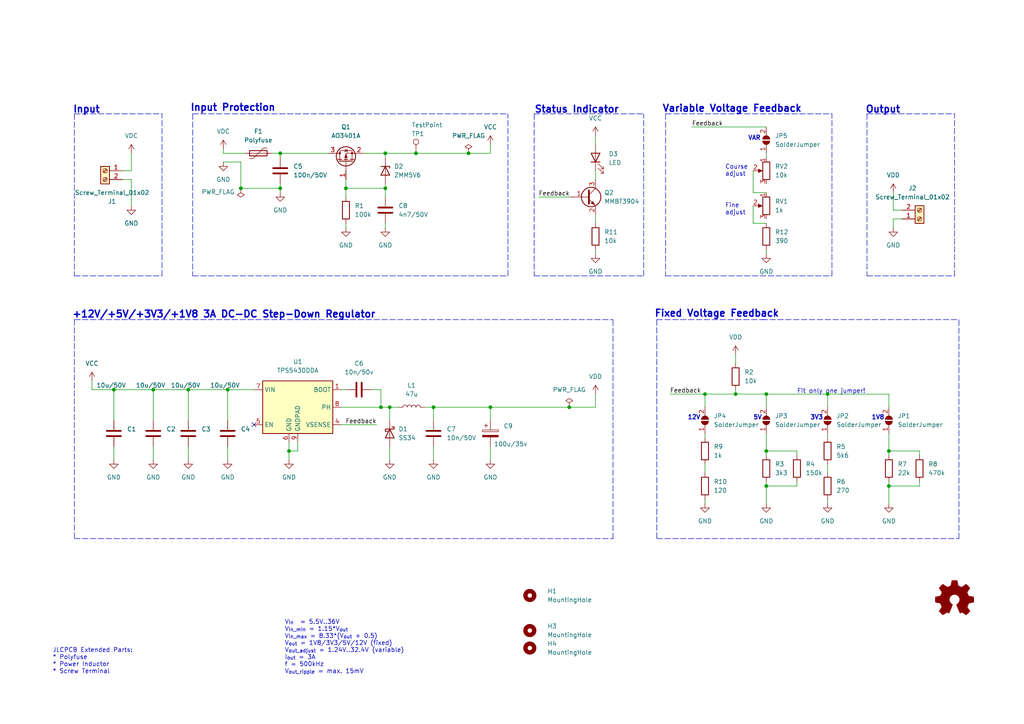
<source format=kicad_sch>
(kicad_sch (version 20250114) (generator "eeschema") (generator_version "9.0")
  (paper "A4")
  (title_block (title "tps5430-variable") (date "2025-06-24") (rev "0.1.1") (company "Oren's Lab") (comment 1 "https://github.com/nero7991/tps5430-variable"))
  (text "Fit only one jumper!" (at 231.14 114.3 0) (effects (font (size 1.27 1.27)) (justify left bottom)))
  (text "Output" (at 250.952 33.02 0) (effects (font (size 2 2) (thickness 0.4) (bold yes)) (justify left bottom)))
  (text "1V8" (at 252.73 121.92 0) (effects (font (size 1.27 1.27) (thickness 0.254) (bold yes)) (justify left bottom)))
  (text "Input" (at 21.082 33.02 0) (effects (font (size 2 2) (thickness 0.4) (bold yes)) (justify left bottom)))
  (text "Course\nadjust" (at 210.312 51.308 0) (effects (font (size 1.27 1.27)) (justify left bottom)))
  (text "Status Indicator" (at 154.94 33.02 0) (effects (font (size 2 2) (thickness 0.4) (bold yes)) (justify left bottom)))
  (text "JLCPCB Extended Parts: \n* Polyfuse\n* Power Inductor\n* Screw Terminal" (at 15.24 195.58 0) (effects (font (size 1.27 1.27)) (justify left bottom)))
  (text "Fixed Voltage Feedback" (at 189.738 92.202 0) (effects (font (size 2 2) (thickness 0.4) (bold yes)) (justify left bottom)))
  (text "3V3" (at 234.95 121.92 0) (effects (font (size 1.27 1.27) (thickness 0.254) (bold yes)) (justify left bottom)))
  (text "12V" (at 199.39 121.92 0) (effects (font (size 1.27 1.27) (thickness 0.254) (bold yes)) (justify left bottom)))
  (text "VAR" (at 216.916 40.894 0) (effects (font (size 1.27 1.27) (thickness 0.254) (bold yes)) (justify left bottom)))
  (text "5V" (at 218.44 121.92 0) (effects (font (size 1.27 1.27) (thickness 0.254) (bold yes)) (justify left bottom)))
  (text "Input Protection" (at 55.118 32.512 0) (effects (font (size 2 2) (thickness 0.4) (bold yes)) (justify left bottom)))
  (text "+12V/+5V/+3V3/+1V8 3A DC-DC Step-Down Regulator" (at 20.828 92.456 0) (effects (font (size 2 2) (thickness 0.4) (bold yes)) (justify left bottom)))
  (text "V_{in}  = 5.5V..36V\nV_{in_min} = 1.15*V_{out}\nV_{in_max} = 8.33*(V_{out} + 0.5)\nV_{out} = 1V8/3V3/5V/12V (fixed)\nV_{out_adjust} = 1.24V..32.4V (variable)\nI_{out} = 3A\nf = 500kHz\nV_{out_ripple} = max. 15mV" (at 82.55 195.58 0) (effects (font (size 1.27 1.27)) (justify left bottom)))
  (text "Variable Voltage Feedback" (at 192.024 32.766 0) (effects (font (size 2 2) (thickness 0.4) (bold yes)) (justify left bottom)))
  (text "Fine\nadjust" (at 210.312 62.484 0) (effects (font (size 1.27 1.27)) (justify left bottom)))
  (junction (at 110.49 118.11) (diameter 0.9144))
  (junction (at 33.02 113.03) (diameter 0.9144))
  (junction (at 69.85 54.61) (diameter 0.9144))
  (junction (at 111.76 44.45) (diameter 0.9144))
  (junction (at 165.1 118.11))
  (junction (at 111.76 54.61) (diameter 0.9144))
  (junction (at 257.81 140.97) (diameter 0.9144))
  (junction (at 142.24 118.11))
  (junction (at 222.25 140.97) (diameter 0.9144))
  (junction (at 213.36 114.3) (diameter 0.9144))
  (junction (at 120.65 44.45) (diameter 0.9144))
  (junction (at 44.45 113.03) (diameter 0.9144))
  (junction (at 204.47 114.3) (diameter 0.9144))
  (junction (at 135.89 44.45) (diameter 0.9144))
  (junction (at 81.28 54.61) (diameter 0.9144))
  (junction (at 83.82 130.81) (diameter 0.9144))
  (junction (at 257.81 130.81) (diameter 0.9144))
  (junction (at 54.61 113.03) (diameter 0.9144))
  (junction (at 100.33 54.61) (diameter 0.9144))
  (junction (at 222.25 114.3) (diameter 0.9144))
  (junction (at 66.04 113.03) (diameter 0.9144))
  (junction (at 81.28 44.45) (diameter 0.9144))
  (junction (at 125.73 118.11) (diameter 0.9144))
  (junction (at 240.03 114.3) (diameter 0.9144))
  (junction (at 222.25 130.81) (diameter 0.9144))
  (junction (at 113.03 118.11) (diameter 0.9144))
  (no_connect (at 73.66 123.19))
  (wire (pts (xy 33.02 113.03) (xy 33.02 121.92)))
  (wire (pts (xy 172.72 49.53) (xy 172.72 52.07)))
  (wire (pts (xy 204.47 134.62) (xy 204.47 137.16)))
  (wire (pts (xy 259.08 63.5) (xy 261.62 63.5)))
  (wire (pts (xy 81.28 53.34) (xy 81.28 54.61)))
  (wire (pts (xy 38.1 59.69) (xy 38.1 52.07)))
  (wire (pts (xy 125.73 118.11) (xy 142.24 118.11)))
  (wire (pts (xy 142.24 118.11) (xy 142.24 121.92)))
  (polyline (pts (xy 55.88 33.02) (xy 55.88 80.01)) (stroke (width 0) (type dash)))
  (polyline (pts (xy 55.88 33.02) (xy 147.32 33.02)) (stroke (width 0) (type dash)))
  (polyline (pts (xy 55.88 80.01) (xy 147.32 80.01)) (stroke (width 0) (type dash)))
  (polyline (pts (xy 147.32 80.01) (xy 147.32 33.02)) (stroke (width 0) (type dash)))
  (polyline (pts (xy 276.86 80.01) (xy 276.86 33.02)) (stroke (width 0) (type dash)))
  (wire (pts (xy 113.03 121.92) (xy 113.03 118.11)))
  (wire (pts (xy 172.72 114.3) (xy 172.72 118.11)))
  (wire (pts (xy 259.08 55.88) (xy 259.08 60.96)))
  (polyline (pts (xy 21.59 156.21) (xy 177.8 156.21)) (stroke (width 0) (type dash)))
  (wire (pts (xy 38.1 44.45) (xy 38.1 49.53)))
  (polyline (pts (xy 21.59 92.71) (xy 21.59 156.21)) (stroke (width 0) (type dash)))
  (polyline (pts (xy 177.8 156.21) (xy 177.8 92.71)) (stroke (width 0) (type dash)))
  (wire (pts (xy 113.03 129.54) (xy 113.03 133.35)))
  (wire (pts (xy 222.25 140.97) (xy 231.14 140.97)))
  (wire (pts (xy 231.14 140.97) (xy 231.14 139.7)))
  (wire (pts (xy 107.95 113.03) (xy 110.49 113.03)))
  (wire (pts (xy 110.49 113.03) (xy 110.49 118.11)))
  (wire (pts (xy 259.08 66.04) (xy 259.08 63.5)))
  (wire (pts (xy 156.21 57.15) (xy 165.1 57.15)))
  (wire (pts (xy 26.67 113.03) (xy 33.02 113.03)))
  (wire (pts (xy 33.02 113.03) (xy 44.45 113.03)))
  (wire (pts (xy 44.45 113.03) (xy 54.61 113.03)))
  (wire (pts (xy 54.61 113.03) (xy 66.04 113.03)))
  (wire (pts (xy 64.77 44.45) (xy 71.12 44.45)))
  (wire (pts (xy 222.25 139.7) (xy 222.25 140.97)))
  (wire (pts (xy 222.25 140.97) (xy 222.25 146.05)))
  (wire (pts (xy 257.81 140.97) (xy 257.81 146.05)))
  (wire (pts (xy 259.08 60.96) (xy 261.62 60.96)))
  (wire (pts (xy 35.56 52.07) (xy 38.1 52.07)))
  (wire (pts (xy 100.33 54.61) (xy 111.76 54.61)))
  (wire (pts (xy 26.67 110.49) (xy 26.67 113.03)))
  (polyline (pts (xy 251.46 33.02) (xy 276.86 33.02)) (stroke (width 0) (type dash)))
  (wire (pts (xy 222.25 72.39) (xy 222.25 73.66)))
  (wire (pts (xy 78.74 44.45) (xy 81.28 44.45)))
  (wire (pts (xy 81.28 44.45) (xy 81.28 45.72)))
  (wire (pts (xy 100.33 64.77) (xy 100.33 66.04)))
  (polyline (pts (xy 190.5 156.21) (xy 278.13 156.21)) (stroke (width 0) (type dash)))
  (wire (pts (xy 99.06 123.19) (xy 109.22 123.19)))
  (polyline (pts (xy 190.5 92.71) (xy 222.25 92.71)) (stroke (width 0) (type dash)))
  (wire (pts (xy 257.81 125.73) (xy 257.81 130.81)))
  (polyline (pts (xy 193.04 33.02) (xy 241.3 33.02)) (stroke (width 0) (type dash)))
  (wire (pts (xy 172.72 39.37) (xy 172.72 41.91)))
  (wire (pts (xy 257.81 140.97) (xy 266.7 140.97)))
  (wire (pts (xy 222.25 130.81) (xy 222.25 132.08)))
  (wire (pts (xy 231.14 130.81) (xy 222.25 130.81)))
  (wire (pts (xy 231.14 132.08) (xy 231.14 130.81)))
  (wire (pts (xy 165.1 118.11) (xy 172.72 118.11)))
  (wire (pts (xy 81.28 44.45) (xy 95.25 44.45)))
  (wire (pts (xy 142.24 129.54) (xy 142.24 133.35)))
  (polyline (pts (xy 193.04 80.01) (xy 241.3 80.01)) (stroke (width 0) (type dash)))
  (polyline (pts (xy 278.13 156.21) (xy 278.13 92.71)) (stroke (width 0) (type dash)))
  (polyline (pts (xy 220.98 92.71) (xy 278.13 92.71)) (stroke (width 0) (type dash)))
  (wire (pts (xy 120.65 44.45) (xy 135.89 44.45)))
  (wire (pts (xy 135.89 44.45) (xy 142.24 44.45)))
  (wire (pts (xy 218.44 59.69) (xy 218.44 64.77)))
  (polyline (pts (xy 251.46 80.01) (xy 276.86 80.01)) (stroke (width 0) (type dash)))
  (wire (pts (xy 204.47 114.3) (xy 204.47 118.11)))
  (wire (pts (xy 194.31 114.3) (xy 204.47 114.3)))
  (wire (pts (xy 204.47 114.3) (xy 213.36 114.3)))
  (wire (pts (xy 111.76 54.61) (xy 111.76 57.15)))
  (wire (pts (xy 204.47 144.78) (xy 204.47 146.05)))
  (wire (pts (xy 240.03 134.62) (xy 240.03 137.16)))
  (wire (pts (xy 172.72 62.23) (xy 172.72 64.77)))
  (wire (pts (xy 110.49 118.11) (xy 113.03 118.11)))
  (wire (pts (xy 113.03 118.11) (xy 115.57 118.11)))
  (wire (pts (xy 266.7 130.81) (xy 257.81 130.81)))
  (polyline (pts (xy 193.04 33.02) (xy 193.04 80.01)) (stroke (width 0) (type dash)))
  (wire (pts (xy 142.24 41.91) (xy 142.24 44.45)))
  (wire (pts (xy 111.76 44.45) (xy 111.76 45.72)))
  (wire (pts (xy 64.77 46.99) (xy 69.85 46.99)))
  (wire (pts (xy 142.24 118.11) (xy 165.1 118.11)))
  (wire (pts (xy 54.61 129.54) (xy 54.61 133.35)))
  (wire (pts (xy 86.36 128.27) (xy 86.36 130.81)))
  (wire (pts (xy 86.36 130.81) (xy 83.82 130.81)))
  (wire (pts (xy 213.36 114.3) (xy 222.25 114.3)))
  (wire (pts (xy 222.25 114.3) (xy 240.03 114.3)))
  (wire (pts (xy 240.03 114.3) (xy 257.81 114.3)))
  (wire (pts (xy 257.81 114.3) (xy 257.81 118.11)))
  (wire (pts (xy 257.81 139.7) (xy 257.81 140.97)))
  (wire (pts (xy 38.1 49.53) (xy 35.56 49.53)))
  (wire (pts (xy 111.76 44.45) (xy 120.65 44.45)))
  (polyline (pts (xy 21.59 92.71) (xy 177.8 92.71)) (stroke (width 0) (type dash)))
  (wire (pts (xy 266.7 132.08) (xy 266.7 130.81)))
  (wire (pts (xy 222.25 114.3) (xy 222.25 118.11)))
  (wire (pts (xy 240.03 125.73) (xy 240.03 127)))
  (wire (pts (xy 44.45 113.03) (xy 44.45 121.92)))
  (wire (pts (xy 81.28 54.61) (xy 69.85 54.61)))
  (polyline (pts (xy 21.59 33.02) (xy 46.99 33.02)) (stroke (width 0) (type dash)))
  (wire (pts (xy 44.45 129.54) (xy 44.45 133.35)))
  (wire (pts (xy 54.61 113.03) (xy 54.61 121.92)))
  (wire (pts (xy 213.36 105.41) (xy 213.36 102.87)))
  (wire (pts (xy 218.44 64.77) (xy 222.25 64.77)))
  (wire (pts (xy 172.72 72.39) (xy 172.72 73.66)))
  (wire (pts (xy 204.47 125.73) (xy 204.47 127)))
  (polyline (pts (xy 190.5 92.71) (xy 190.5 156.21)) (stroke (width 0) (type dash)))
  (wire (pts (xy 99.06 118.11) (xy 110.49 118.11)))
  (wire (pts (xy 257.81 130.81) (xy 257.81 132.08)))
  (wire (pts (xy 66.04 113.03) (xy 66.04 121.92)))
  (wire (pts (xy 66.04 113.03) (xy 73.66 113.03)))
  (wire (pts (xy 33.02 129.54) (xy 33.02 133.35)))
  (wire (pts (xy 218.44 55.88) (xy 222.25 55.88)))
  (polyline (pts (xy 154.94 33.02) (xy 154.94 80.01)) (stroke (width 0) (type dash)))
  (polyline (pts (xy 154.94 33.02) (xy 186.69 33.02)) (stroke (width 0) (type dash)))
  (polyline (pts (xy 154.94 80.01) (xy 186.69 80.01)) (stroke (width 0) (type dash)))
  (polyline (pts (xy 186.69 80.01) (xy 186.69 33.02)) (stroke (width 0) (type dash)))
  (wire (pts (xy 66.04 129.54) (xy 66.04 133.35)))
  (wire (pts (xy 83.82 128.27) (xy 83.82 130.81)))
  (wire (pts (xy 83.82 130.81) (xy 83.82 133.35)))
  (wire (pts (xy 125.73 129.54) (xy 125.73 133.35)))
  (wire (pts (xy 69.85 46.99) (xy 69.85 54.61)))
  (wire (pts (xy 99.06 113.03) (xy 100.33 113.03)))
  (polyline (pts (xy 21.59 80.01) (xy 46.99 80.01)) (stroke (width 0) (type dash)))
  (wire (pts (xy 222.25 44.45) (xy 222.25 45.72)))
  (wire (pts (xy 64.77 43.18) (xy 64.77 44.45)))
  (wire (pts (xy 123.19 118.11) (xy 125.73 118.11)))
  (wire (pts (xy 125.73 118.11) (xy 125.73 121.92)))
  (wire (pts (xy 213.36 113.03) (xy 213.36 114.3)))
  (wire (pts (xy 222.25 125.73) (xy 222.25 130.81)))
  (wire (pts (xy 240.03 144.78) (xy 240.03 146.05)))
  (wire (pts (xy 105.41 44.45) (xy 111.76 44.45)))
  (polyline (pts (xy 21.59 33.02) (xy 21.59 80.01)) (stroke (width 0) (type dash)))
  (polyline (pts (xy 251.46 33.02) (xy 251.46 80.01)) (stroke (width 0) (type dash)))
  (wire (pts (xy 266.7 140.97) (xy 266.7 139.7)))
  (wire (pts (xy 81.28 54.61) (xy 81.28 55.88)))
  (wire (pts (xy 240.03 114.3) (xy 240.03 118.11)))
  (wire (pts (xy 200.66 36.83) (xy 222.25 36.83)))
  (wire (pts (xy 218.44 49.53) (xy 218.44 55.88)))
  (polyline (pts (xy 46.99 80.01) (xy 46.99 33.02)) (stroke (width 0) (type dash)))
  (wire (pts (xy 111.76 64.77) (xy 111.76 66.04)))
  (wire (pts (xy 100.33 52.07) (xy 100.33 54.61)))
  (wire (pts (xy 100.33 54.61) (xy 100.33 57.15)))
  (wire (pts (xy 111.76 53.34) (xy 111.76 54.61)))
  (polyline (pts (xy 241.3 80.01) (xy 241.3 33.02)) (stroke (width 0) (type dash)))
  (label "Feedback" (at 109.22 123.19 180))
  (label "Feedback" (at 156.21 57.15 0))
  (label "Feedback" (at 200.66 36.83 0))
  (label "Feedback" (at 194.31 114.3 0))
  (symbol (lib_id "Device:LED") (at 172.72 45.72 90) (unit 1)
    (property "Reference" "D3" (at 176.53 44.6404 90) (effects (justify right)))
    (property "Value" "LED" (at 176.53 47.1804 90) (effects (justify right)))
    (property "Footprint" "LED_SMD:LED_0603_1608Metric" (effects (hide yes)))
    (property "Datasheet" "https://datasheet.lcsc.com/lcsc/1811101510_Everlight-Elec-19-217-GHC-YR1S2-3T_C72043.pdf" (effects (hide yes)))
    (property "MPN" "19-217/GHC-YR1S2/3T" (effects (hide yes)))
    (property "Manufacturer" "Everlight Elec" (effects (hide yes)))
    (property "Notes" "Green 520~535nm 0603 Light Emitting Diodes (LED) RoHS" (effects (hide yes)))
    (property "LCSC" "C72043" (effects (hide yes)))
    (property "JLC" "LED_0603" (effects (hide yes)))
  )
  (symbol (lib_name "VDD_2") (lib_id "power:VDD") (at 213.36 102.87 0) (unit 1)
    (property "Reference" "#PWR0116" (effects (hide yes)))
    (property "Value" "VDD" (at 213.36 97.79 0))
  )
  (symbol (lib_id "Mechanical:MountingHole") (at 153.67 172.72 270) (unit 1)
    (property "Reference" "H1" (at 158.75 171.4499 90) (effects (justify left)))
    (property "Value" "MountingHole" (at 158.75 173.9899 90) (effects (justify left)))
    (property "Footprint" "MountingHole:MountingHole_2.2mm_M2_ISO7380" (effects (hide yes)))
  )
  (symbol (lib_id "Device:R") (at 257.81 135.89 0) (unit 1)
    (property "Reference" "R7" (at 260.35 134.6199 0) (effects (justify left)))
    (property "Value" "22k" (at 260.35 137.1599 0) (effects (justify left)))
    (property "Footprint" "Resistor_SMD:R_0402_1005Metric" (effects (hide yes)))
    (property "Datasheet" "https://datasheet.lcsc.com/lcsc/1810301311_UNI-ROYAL-Uniroyal-Elec-0402WGF2202TCE_C25768.pdf" (effects (hide yes)))
    (property "MPN" "0402WGF2202TCE" (effects (hide yes)))
    (property "Manufacturer" "UNI-ROYAL(Uniroyal Elec)" (effects (hide yes)))
    (property "Notes" "22kΩ ±1% 1/16W ±100ppm/℃ 0402 Chip Resistor - Surface Mount RoHS" (effects (hide yes)))
    (property "LCSC" "C25768" (effects (hide yes)))
    (property "JLC" "0402" (effects (hide yes)))
  )
  (symbol (lib_id "Device:C") (at 54.61 125.73 0) (unit 1)
    (property "Reference" "C3" (at 58.42 124.4599 0) (effects (justify left)))
    (property "Value" "10u/50V" (at 49.53 111.7599 0) (effects (justify left)))
    (property "Footprint" "Capacitor_SMD:C_1206_3216Metric" (effects (hide yes)))
    (property "Datasheet" "https://datasheet.lcsc.com/lcsc/1810221112_Samsung-Electro-Mechanics-CL31A106KBHNNNE_C13585.pdf" (effects (hide yes)))
    (property "MPN" "CL31A106KBHNNNE" (effects (hide yes)))
    (property "Manufacturer" "Samsung Electro-Mechanics" (effects (hide yes)))
    (property "Notes" "10uF ±10% 50V X5R 1206 Multilayer Ceramic Capacitors MLCC - SMD/SMT RoHS" (effects (hide yes)))
    (property "LCSC" "C13585" (effects (hide yes)))
    (property "JLC" "1206" (effects (hide yes)))
  )
  (symbol (lib_id "Device:R") (at 240.03 130.81 0) (unit 1)
    (property "Reference" "R5" (at 242.57 129.5399 0) (effects (justify left)))
    (property "Value" "5k6" (at 242.57 132.0799 0) (effects (justify left)))
    (property "Footprint" "Resistor_SMD:R_0402_1005Metric" (effects (hide yes)))
    (property "Datasheet" "https://datasheet.lcsc.com/lcsc/1810301112_UNI-ROYAL-Uniroyal-Elec-0402WGF5601TCE_C25908.pdf" (effects (hide yes)))
    (property "MPN" "0402WGF5601TCE" (effects (hide yes)))
    (property "Manufacturer" "UNI-ROYAL(Uniroyal Elec)" (effects (hide yes)))
    (property "Notes" "5.6kΩ ±1% 1/16W ±100ppm/℃ 0402 Chip Resistor - Surface Mount RoHS" (effects (hide yes)))
    (property "LCSC" "C25908" (effects (hide yes)))
    (property "JLC" "0402" (effects (hide yes)))
  )
  (symbol (lib_name "GND_18") (lib_id "power:GND") (at 44.45 133.35 0) (unit 1)
    (property "Reference" "#PWR0106" (effects (hide yes)))
    (property "Value" "GND" (at 44.45 138.43 0))
  )
  (symbol (lib_id "Connector:Screw_Terminal_01x02") (at 266.7 63.5 0) (mirror x) (unit 1)
    (property "Reference" "J2" (at 264.668 54.61 0))
    (property "Value" "Screw_Terminal_01x02" (at 264.668 57.15 0))
    (property "Footprint" "TerminalBlock_Phoenix:TerminalBlock_Phoenix_PT-1,5-2-3.5-H_1x02_P3.50mm_Horizontal" (effects (hide yes)))
    (property "Datasheet" "https://datasheet.lcsc.com/szlcsc/2009191134_Ningbo-Xinlaiya-Elec-XY302V-3-5-2P_C784940.pdf" (effects (hide yes)))
    (property "LCSC" "C784940" (effects (hide yes)))
    (property "MPN" "XY302V-3.5-2P" (effects (hide yes)))
    (property "Manufacturer" "Ningbo Xinlaiya Elec." (effects (hide yes)))
    (property "Notes" "P=3.5mm Screw terminal RoHS, CONN-TH_XY302V-3.5-2P" (effects (hide yes)))
    (property "JLC" "CONN-TH_XY302V-3.5-2P" (effects (hide yes)))
  )
  (symbol (lib_id "Device:R") (at 222.25 135.89 0) (unit 1)
    (property "Reference" "R3" (at 224.79 134.6199 0) (effects (justify left)))
    (property "Value" "3k3" (at 224.79 137.1599 0) (effects (justify left)))
    (property "Footprint" "Resistor_SMD:R_0402_1005Metric" (effects (hide yes)))
    (property "Datasheet" "https://datasheet.lcsc.com/lcsc/1810301320_UNI-ROYAL-Uniroyal-Elec-0402WGF3301TCE_C25890.pdf" (effects (hide yes)))
    (property "MPN" "0402WGF3301TCE" (effects (hide yes)))
    (property "Manufacturer" "UNI-ROYAL(Uniroyal Elec)" (effects (hide yes)))
    (property "Notes" "3.3kΩ ±1% 1/16W ±100ppm/℃ 0402 Chip Resistor - Surface Mount RoHS" (effects (hide yes)))
    (property "LCSC" "C25890" (effects (hide yes)))
    (property "JLC" "0402" (effects (hide yes)))
  )
  (symbol (lib_name "VCC_1") (lib_id "power:VCC") (at 26.67 110.49 0) (unit 1)
    (property "Reference" "#PWR0105" (effects (hide yes)))
    (property "Value" "VCC" (at 26.67 105.41 0))
  )
  (symbol (lib_id "Device:R") (at 204.47 140.97 0) (unit 1)
    (property "Reference" "R10" (at 207.01 139.6999 0) (effects (justify left)))
    (property "Value" "120" (at 207.01 142.2399 0) (effects (justify left)))
    (property "Footprint" "Resistor_SMD:R_0402_1005Metric" (effects (hide yes)))
    (property "Datasheet" "https://datasheet.lcsc.com/lcsc/1811031112_UNI-ROYAL-Uniroyal-Elec-0402WGF1200TCE_C25079.pdf" (effects (hide yes)))
    (property "MPN" "0402WGF1200TCE" (effects (hide yes)))
    (property "Manufacturer" "UNI-ROYAL(Uniroyal Elec)" (effects (hide yes)))
    (property "Notes" "120Ω ±1% 1/16W ±100ppm/℃ 0402 Chip Resistor - Surface Mount RoHS" (effects (hide yes)))
    (property "LCSC" "C25079" (effects (hide yes)))
    (property "JLC" "0402" (effects (hide yes)))
  )
  (symbol (lib_name "PWR_FLAG_1") (lib_id "power:PWR_FLAG") (at 69.85 54.61 180) (unit 1)
    (property "Reference" "#FLG01" (effects (hide yes)))
    (property "Value" "PWR_FLAG" (at 58.42 55.6894 0) (effects (justify right)))
  )
  (symbol (lib_id "Device:L") (at 119.38 118.11 90) (unit 1)
    (property "Reference" "L1" (at 119.38 111.76 90))
    (property "Value" "47u" (at 119.38 114.3 90))
    (property "Footprint" "tps5430:L_Sunlord_MWSA1004S_10x11.5x4mm" (effects (hide yes)))
    (property "Datasheet" "https://datasheet.lcsc.com/szlcsc/1912111437_Sunlord-MWSA1004S-470MT_C408491.pdf" (effects (hide yes)))
    (property "LCSC" "C408491" (effects (hide yes)))
    (property "MPN" "MWSA1004S-470MT" (effects (hide yes)))
    (property "Manufacturer" "Sunlord" (effects (hide yes)))
    (property "Notes" "47uH ±20% 3.3A 145mΩ SMD,10x11.5x4.0mm Power Inductors RoHS" (effects (hide yes)))
    (property "JLC" "SMD_10x11.5x4.0mm" (effects (hide yes)))
  )
  (symbol (lib_id "Device:C") (at 33.02 125.73 0) (unit 1)
    (property "Reference" "C1" (at 36.83 124.4599 0) (effects (justify left)))
    (property "Value" "10u/50V" (at 27.94 111.7599 0) (effects (justify left)))
    (property "Footprint" "Capacitor_SMD:C_1206_3216Metric" (effects (hide yes)))
    (property "Datasheet" "https://datasheet.lcsc.com/lcsc/1810221112_Samsung-Electro-Mechanics-CL31A106KBHNNNE_C13585.pdf" (effects (hide yes)))
    (property "MPN" "CL31A106KBHNNNE" (effects (hide yes)))
    (property "Manufacturer" "Samsung Electro-Mechanics" (effects (hide yes)))
    (property "Notes" "10uF ±10% 50V X5R 1206 Multilayer Ceramic Capacitors MLCC - SMD/SMT RoHS" (effects (hide yes)))
    (property "LCSC" "C13585" (effects (hide yes)))
    (property "JLC" "1206" (effects (hide yes)))
  )
  (symbol (lib_id "power:VDD") (at 259.08 55.88 0) (unit 1)
    (property "Reference" "#PWR0118" (effects (hide yes)))
    (property "Value" "VDD" (at 259.08 50.8 0))
  )
  (symbol (lib_name "GND_20") (lib_id "power:GND") (at 64.77 46.99 0) (unit 1)
    (property "Reference" "#PWR08" (effects (hide yes)))
    (property "Value" "GND" (at 64.77 52.07 0))
  )
  (symbol (lib_id "Graphic:Logo_Open_Hardware_Small") (at 276.86 173.99 0) (unit 1)
    (property "Reference" "LOGO1" (effects (hide yes)))
    (property "Value" "Logo_Open_Hardware_Small" (effects (hide yes)))
    (property "Footprint" "Symbol:OSHW-Logo_11.4x12mm_Copper" (effects (hide yes)))
  )
  (symbol (lib_id "Device:Polyfuse") (at 74.93 44.45 90) (unit 1)
    (property "Reference" "F1" (at 74.93 38.1 90))
    (property "Value" "Polyfuse" (at 74.93 40.64 90))
    (property "Footprint" "Fuse:Fuse_1206_3216Metric" (effects (hide yes)))
    (property "Datasheet" "https://datasheet.lcsc.com/szlcsc/1810111821_Littelfuse-1206L300SLTHYR_C207041.pdf" (effects (hide yes)))
    (property "MPN" "1206L300SLTHYR" (effects (hide yes)))
    (property "Manufacturer" "Littelfuse" (effects (hide yes)))
    (property "Notes" "Polymeric 6V 6A 4s 20mΩ 1206 PTC Resettable Fuses RoHS" (effects (hide yes)))
    (property "LCSC" "C207041" (effects (hide yes)))
    (property "JLC" "1206" (effects (hide yes)))
  )
  (symbol (lib_id "Transistor_BJT:MMBT3904") (at 170.18 57.15 0) (unit 1)
    (property "Reference" "Q2" (at 175.26 55.8799 0) (effects (justify left)))
    (property "Value" "MMBT3904" (at 175.26 58.4199 0) (effects (justify left)))
    (property "Footprint" "Package_TO_SOT_SMD:SOT-23" (effects (hide yes)))
    (property "Datasheet" "https://www.onsemi.com/pub/Collateral/2N3903-D.PDF" (effects (hide yes)))
    (property "MPN" "MMBT3904" (effects (hide yes)))
    (property "Manufacturer" "Changjiang Electronics Tech (CJ)" (effects (hide yes)))
    (property "Notes" "Transistors (NPN/PNP) NPN 200mA 40V SOT-23(SOT-23-3) RoHS" (effects (hide yes)))
    (property "LCSC" "C20526" (effects (hide yes)))
    (property "JLC" "SOT-23-3" (effects (hide yes)))
  )
  (symbol (lib_name "GND_19") (lib_id "power:GND") (at 204.47 146.05 0) (unit 1)
    (property "Reference" "#PWR0109" (effects (hide yes)))
    (property "Value" "GND" (at 204.47 151.13 0))
  )
  (symbol (lib_name "SolderJumper_2_Open_4") (lib_id "Jumper:SolderJumper_2_Open") (at 257.81 121.92 90) (unit 1)
    (property "Reference" "JP1" (at 260.35 120.6499 90) (effects (justify right)))
    (property "Value" "SolderJumper" (at 260.35 123.1899 90) (effects (justify right)))
    (property "Footprint" "Jumper:SolderJumper-2_P1.3mm_Open_RoundedPad1.0x1.5mm" (effects (hide yes)))
  )
  (symbol (lib_id "Regulator_Switching:TPS5430DDA") (at 86.36 118.11 0) (unit 1)
    (property "Reference" "U1" (at 86.36 104.902 0))
    (property "Value" "TPS5430DDA" (at 86.36 107.442 0))
    (property "Footprint" "Package_SO:TI_SO-PowerPAD-8_ThermalVias" (effects (hide yes)))
    (property "Datasheet" "http://www.ti.com/lit/ds/symlink/tps5430.pdf" (effects (hide yes)))
    (property "JLC" "LSOP-8_EP_3.9x4.9x1.27P" (effects (hide yes)))
    (property "LCSC" "C9864" (effects (hide yes)))
    (property "MPN" "TPS5430DDAR" (effects (hide yes)))
    (property "Manufacturer" "Texas Instruments" (effects (hide yes)))
    (property "Notes" "36V 3A SOP-8_EP_150mil DC-DC Converters RoHS" (effects (hide yes)))
  )
  (symbol (lib_name "PWR_FLAG_2") (lib_id "power:PWR_FLAG") (at 165.1 118.11 0) (unit 1)
    (property "Reference" "#FLG0102" (effects (hide yes)))
    (property "Value" "PWR_FLAG" (at 165.1 113.03 0))
  )
  (symbol (lib_id "power:VDC") (at 38.1 44.45 0) (mirror y) (unit 1)
    (property "Reference" "#PWR07" (effects (hide yes)))
    (property "Value" "VDC" (at 38.1 39.37 0))
    (property "Description" "Power symbol creates a global label with name \"VDC\"" (effects (hide yes)))
  )
  (symbol (lib_id "Device:R") (at 100.33 60.96 0) (unit 1)
    (property "Reference" "R1" (at 102.87 59.6899 0) (effects (justify left)))
    (property "Value" "100k" (at 102.87 62.2299 0) (effects (justify left)))
    (property "Footprint" "Resistor_SMD:R_0402_1005Metric" (effects (hide yes)))
    (property "Datasheet" "https://datasheet.lcsc.com/lcsc/1810111814_UNI-ROYAL-Uniroyal-Elec-0402WGF1003TCE_C25741.pdf" (effects (hide yes)))
    (property "MPN" "0402WGF1003TCE" (effects (hide yes)))
    (property "Manufacturer" "UNI-ROYAL(Uniroyal Elec)" (effects (hide yes)))
    (property "Notes" "100kΩ ±1% 1/16W ±100ppm/℃ 0402 Chip Resistor - Surface Mount RoHS" (effects (hide yes)))
    (property "LCSC" "C25741" (effects (hide yes)))
    (property "JLC" "0402" (effects (hide yes)))
  )
  (symbol (lib_id "Device:R") (at 222.25 68.58 0) (unit 1)
    (property "Reference" "R12" (at 224.79 67.3099 0) (effects (justify left)))
    (property "Value" "390" (at 224.79 69.8499 0) (effects (justify left)))
    (property "Footprint" "Resistor_SMD:R_0603_1608Metric" (effects (hide yes)))
    (property "Datasheet" "https://datasheet.lcsc.com/lcsc/1811081711_UNI-ROYAL-Uniroyal-Elec-0603WAF2700T5E_C22966.pdf" (effects (hide yes)))
    (property "MPN" "0603WAF2700T5E" (effects (hide yes)))
    (property "Manufacturer" "UNI-ROYAL(Uniroyal Elec)" (effects (hide yes)))
    (property "Notes" "270Ω ±1% 0.1W ±100ppm/℃ 0603 Chip Resistor - Surface Mount RoHS" (effects (hide yes)))
    (property "LCSC" "C22966" (effects (hide yes)))
    (property "JLC" "0603" (effects (hide yes)))
  )
  (symbol (lib_name "GND_2") (lib_id "power:GND") (at 81.28 55.88 0) (unit 1)
    (property "Reference" "#PWR0120" (effects (hide yes)))
    (property "Value" "GND" (at 81.28 60.96 0))
  )
  (symbol (lib_id "Device:R") (at 204.47 130.81 0) (unit 1)
    (property "Reference" "R9" (at 207.01 129.5399 0) (effects (justify left)))
    (property "Value" "1k" (at 207.01 132.0799 0) (effects (justify left)))
    (property "Footprint" "Resistor_SMD:R_0402_1005Metric" (effects (hide yes)))
    (property "Datasheet" "https://datasheet.lcsc.com/lcsc/1811132311_UNI-ROYAL-Uniroyal-Elec-0402WGF1001TCE_C11702.pdf" (effects (hide yes)))
    (property "MPN" "0402WGF1001TCE" (effects (hide yes)))
    (property "Manufacturer" "UNI-ROYAL(Uniroyal Elec)" (effects (hide yes)))
    (property "Notes" "1kΩ ±1% 1/16W ±100ppm/℃ 0402 Chip Resistor - Surface Mount RoHS" (effects (hide yes)))
    (property "LCSC" "C11702" (effects (hide yes)))
    (property "JLC" "0402" (effects (hide yes)))
  )
  (symbol (lib_name "GND_11") (lib_id "power:GND") (at 222.25 146.05 0) (unit 1)
    (property "Reference" "#PWR0114" (effects (hide yes)))
    (property "Value" "GND" (at 222.25 151.13 0))
  )
  (symbol (lib_id "Device:C") (at 44.45 125.73 0) (unit 1)
    (property "Reference" "C2" (at 48.26 124.4599 0) (effects (justify left)))
    (property "Value" "10u/50V" (at 39.37 111.7599 0) (effects (justify left)))
    (property "Footprint" "Capacitor_SMD:C_1206_3216Metric" (effects (hide yes)))
    (property "Datasheet" "https://datasheet.lcsc.com/lcsc/1810221112_Samsung-Electro-Mechanics-CL31A106KBHNNNE_C13585.pdf" (effects (hide yes)))
    (property "MPN" "CL31A106KBHNNNE" (effects (hide yes)))
    (property "Manufacturer" "Samsung Electro-Mechanics" (effects (hide yes)))
    (property "Notes" "10uF ±10% 50V X5R 1206 Multilayer Ceramic Capacitors MLCC - SMD/SMT RoHS" (effects (hide yes)))
    (property "LCSC" "C13585" (effects (hide yes)))
    (property "JLC" "1206" (effects (hide yes)))
  )
  (symbol (lib_name "GND_10") (lib_id "power:GND") (at 38.1 59.69 0) (mirror y) (unit 1)
    (property "Reference" "#PWR05" (effects (hide yes)))
    (property "Value" "GND" (at 38.1 64.77 0))
  )
  (symbol (lib_id "Connector:TestPoint") (at 120.65 44.45 0) (unit 1)
    (property "Reference" "TP1" (at 119.38 38.7984 0) (effects (justify left)))
    (property "Value" "TestPoint" (at 119.38 36.2584 0) (effects (justify left)))
    (property "Footprint" "TestPoint:TestPoint_Pad_D1.0mm" (effects (hide yes)))
  )
  (symbol (lib_name "GND_9") (lib_id "power:GND") (at 33.02 133.35 0) (unit 1)
    (property "Reference" "#PWR0107" (effects (hide yes)))
    (property "Value" "GND" (at 33.02 138.43 0))
  )
  (symbol (lib_name "MountingHole_2") (lib_id "Mechanical:MountingHole") (at 153.67 182.88 270) (unit 1)
    (property "Reference" "H3" (at 158.75 181.6099 90) (effects (justify left)))
    (property "Value" "MountingHole" (at 158.75 184.1499 90) (effects (justify left)))
    (property "Footprint" "MountingHole:MountingHole_2.2mm_M2_ISO7380" (effects (hide yes)))
  )
  (symbol (lib_name "GND_8") (lib_id "power:GND") (at 113.03 133.35 0) (unit 1)
    (property "Reference" "#PWR0101" (effects (hide yes)))
    (property "Value" "GND" (at 113.03 138.43 0))
  )
  (symbol (lib_id "Device:C") (at 66.04 125.73 0) (unit 1)
    (property "Reference" "C4" (at 69.85 124.4599 0) (effects (justify left)))
    (property "Value" "10u/50V" (at 60.96 111.7599 0) (effects (justify left)))
    (property "Footprint" "Capacitor_SMD:C_1206_3216Metric" (effects (hide yes)))
    (property "Datasheet" "https://datasheet.lcsc.com/lcsc/1810221112_Samsung-Electro-Mechanics-CL31A106KBHNNNE_C13585.pdf" (effects (hide yes)))
    (property "MPN" "CL31A106KBHNNNE" (effects (hide yes)))
    (property "Manufacturer" "Samsung Electro-Mechanics" (effects (hide yes)))
    (property "Notes" "10uF ±10% 50V X5R 1206 Multilayer Ceramic Capacitors MLCC - SMD/SMT RoHS" (effects (hide yes)))
    (property "LCSC" "C13585" (effects (hide yes)))
    (property "JLC" "1206" (effects (hide yes)))
  )
  (symbol (lib_name "GND_7") (lib_id "power:GND") (at 172.72 73.66 0) (unit 1)
    (property "Reference" "#PWR02" (effects (hide yes)))
    (property "Value" "GND" (at 172.72 78.74 0))
  )
  (symbol (lib_name "SolderJumper_2_Open_1") (lib_id "Jumper:SolderJumper_2_Open") (at 222.25 121.92 90) (unit 1)
    (property "Reference" "JP3" (at 224.79 120.6499 90) (effects (justify right)))
    (property "Value" "SolderJumper" (at 224.79 123.1899 90) (effects (justify right)))
    (property "Footprint" "Jumper:SolderJumper-2_P1.3mm_Open_RoundedPad1.0x1.5mm" (effects (hide yes)))
  )
  (symbol (lib_name "GND_6") (lib_id "power:GND") (at 111.76 66.04 0) (unit 1)
    (property "Reference" "#PWR0122" (effects (hide yes)))
    (property "Value" "GND" (at 111.76 71.12 0))
  )
  (symbol (lib_name "VCC_2") (lib_id "power:VCC") (at 172.72 39.37 0) (unit 1)
    (property "Reference" "#PWR01" (effects (hide yes)))
    (property "Value" "VCC" (at 172.72 34.29 0))
  )
  (symbol (lib_name "GND_5") (lib_id "power:GND") (at 66.04 133.35 0) (unit 1)
    (property "Reference" "#PWR0102" (effects (hide yes)))
    (property "Value" "GND" (at 66.04 138.43 0))
  )
  (symbol (lib_name "GND_4") (lib_id "power:GND") (at 257.81 146.05 0) (unit 1)
    (property "Reference" "#PWR0115" (effects (hide yes)))
    (property "Value" "GND" (at 257.81 151.13 0))
  )
  (symbol (lib_name "GND_3") (lib_id "power:GND") (at 83.82 133.35 0) (unit 1)
    (property "Reference" "#PWR0103" (effects (hide yes)))
    (property "Value" "GND" (at 83.82 138.43 0))
  )
  (symbol (lib_name "GND_13") (lib_id "power:GND") (at 222.25 73.66 0) (unit 1)
    (property "Reference" "#PWR04" (effects (hide yes)))
    (property "Value" "GND" (at 222.25 78.74 0))
  )
  (symbol (lib_id "Device:R_Potentiometer") (at 222.25 49.53 0) (mirror y) (unit 1)
    (property "Reference" "RV2" (at 224.79 48.2599 0) (effects (justify right)))
    (property "Value" "10k" (at 224.79 50.7999 0) (effects (justify right)))
    (property "Footprint" "Potentiometer_THT:Potentiometer_Bourns_3296W_Vertical" (effects (hide yes)))
    (property "Description" "Potentiometer" (effects (hide yes)))
  )
  (symbol (lib_name "GND_12") (lib_id "power:GND") (at 100.33 66.04 0) (unit 1)
    (property "Reference" "#PWR0119" (effects (hide yes)))
    (property "Value" "GND" (at 100.33 71.12 0))
  )
  (symbol (lib_id "Device:R") (at 172.72 68.58 0) (unit 1)
    (property "Reference" "R11" (at 175.26 67.3099 0) (effects (justify left)))
    (property "Value" "10k" (at 175.26 69.8499 0) (effects (justify left)))
    (property "Footprint" "Resistor_SMD:R_0603_1608Metric" (effects (hide yes)))
    (property "Datasheet" "https://datasheet.lcsc.com/lcsc/2110260030_UNI-ROYAL-Uniroyal-Elec-0603WAF1002T5E_C25804.pdf" (effects (hide yes)))
    (property "MPN" "0603WAF1002T5E" (effects (hide yes)))
    (property "Manufacturer" "UNI-ROYAL(Uniroyal Elec)" (effects (hide yes)))
    (property "Notes" "±1% 1/10W Thick Film Resistors 75V ±100ppm/℃ -55℃~+155℃ 10kΩ 0603 Chip Resistor - Surface Mount ROHS" (effects (hide yes)))
    (property "LCSC" "C25804" (effects (hide yes)))
    (property "JLC" "0603" (effects (hide yes)))
  )
  (symbol (lib_id "power:VDC") (at 64.77 43.18 0) (unit 1)
    (property "Reference" "#PWR06" (effects (hide yes)))
    (property "Value" "VDC" (at 64.77 38.1 0))
    (property "Description" "Power symbol creates a global label with name \"VDC\"" (effects (hide yes)))
  )
  (symbol (lib_name "SolderJumper_2_Open_2") (lib_id "Jumper:SolderJumper_2_Open") (at 222.25 40.64 90) (unit 1)
    (property "Reference" "JP5" (at 224.79 39.3699 90) (effects (justify right)))
    (property "Value" "SolderJumper" (at 224.79 41.9099 90) (effects (justify right)))
    (property "Footprint" "Jumper:SolderJumper-2_P1.3mm_Open_RoundedPad1.0x1.5mm" (effects (hide yes)))
  )
  (symbol (lib_id "Transistor_FET:AO3401A") (at 100.33 46.99 90) (unit 1)
    (property "Reference" "Q1" (at 100.33 36.83 90))
    (property "Value" "AO3401A" (at 100.33 39.37 90))
    (property "Footprint" "Package_TO_SOT_SMD:SOT-23" (effects (hide yes)))
    (property "Datasheet" "http://www.aosmd.com/pdfs/datasheet/AO3401A.pdf" (effects (hide yes)))
    (property "MPN" "AO3401A" (effects (hide yes)))
    (property "Manufacturer" "Alpha & Omega Semicon" (effects (hide yes)))
    (property "Notes" "MOSFET P Trench 30V 4A 1.3V @ 250uA 44 m? @ 4.3A,10V SOT-23-3L RoHS" (effects (hide yes)))
    (property "LCSC" "C15127" (effects (hide yes)))
    (property "JLC" "SOT-23-3L" (effects (hide yes)))
  )
  (symbol (lib_id "power:PWR_FLAG") (at 135.89 44.45 0) (unit 1)
    (property "Reference" "#FLG0101" (effects (hide yes)))
    (property "Value" "PWR_FLAG" (at 135.89 39.37 0))
  )
  (symbol (lib_name "MountingHole_3") (lib_id "Mechanical:MountingHole") (at 153.67 187.96 270) (unit 1)
    (property "Reference" "H4" (at 158.75 186.6899 90) (effects (justify left)))
    (property "Value" "MountingHole" (at 158.75 189.2299 90) (effects (justify left)))
    (property "Footprint" "MountingHole:MountingHole_2.2mm_M2_ISO7380" (effects (hide yes)))
  )
  (symbol (lib_id "Device:C_Polarized") (at 142.24 125.73 0) (unit 1)
    (property "Reference" "C9" (at 146.05 123.5709 0) (effects (justify left)))
    (property "Value" "100u/35v" (at 143.256 128.778 0) (effects (justify left)))
    (property "Footprint" "Capacitor_Tantalum_SMD:CP_EIA-7343-43_Kemet-X" (effects (hide yes)))
    (property "Datasheet" "https://datasheet.lcsc.com/szlcsc/AVX-TAJB107K006RNJ_C16133.pdf" (effects (hide yes)))
    (property "LCSC" "C16133" (effects (hide yes)))
    (property "Notes" "Tantalum Capacitors 100uF 6.3V CASE-B_3528 RoHS" (effects (hide yes)))
    (property "MPN" "TAJB107K006RNJ" (effects (hide yes)))
    (property "Manufacturer" "AVX" (effects (hide yes)))
    (property "JLC" "CASE-B_3528" (effects (hide yes)))
  )
  (symbol (lib_name "GND_15") (lib_id "power:GND") (at 125.73 133.35 0) (unit 1)
    (property "Reference" "#PWR0110" (effects (hide yes)))
    (property "Value" "GND" (at 125.73 138.43 0))
  )
  (symbol (lib_id "Connector:Screw_Terminal_01x02") (at 30.48 49.53 0) (mirror y) (unit 1)
    (property "Reference" "J1" (at 32.512 58.42 0))
    (property "Value" "Screw_Terminal_01x02" (at 32.512 55.88 0))
    (property "Footprint" "TerminalBlock_Phoenix:TerminalBlock_Phoenix_PT-1,5-2-3.5-H_1x02_P3.50mm_Horizontal" (effects (hide yes)))
    (property "Datasheet" "https://datasheet.lcsc.com/szlcsc/2009191134_Ningbo-Xinlaiya-Elec-XY302V-3-5-2P_C784940.pdf" (effects (hide yes)))
    (property "LCSC" "C784940" (effects (hide yes)))
    (property "MPN" "XY302V-3.5-2P" (effects (hide yes)))
    (property "Manufacturer" "Ningbo Xinlaiya Elec." (effects (hide yes)))
    (property "Notes" "P=3.5mm Screw terminal RoHS, CONN-TH_XY302V-3.5-2P" (effects (hide yes)))
    (property "JLC" "CONN-TH_XY302V-3.5-2P" (effects (hide yes)))
  )
  (symbol (lib_name "SolderJumper_2_Open_2") (lib_id "Jumper:SolderJumper_2_Open") (at 204.47 121.92 90) (unit 1)
    (property "Reference" "JP4" (at 207.01 120.6499 90) (effects (justify right)))
    (property "Value" "SolderJumper" (at 207.01 123.1899 90) (effects (justify right)))
    (property "Footprint" "Jumper:SolderJumper-2_P1.3mm_Open_RoundedPad1.0x1.5mm" (effects (hide yes)))
  )
  (symbol (lib_id "Device:C") (at 111.76 60.96 0) (unit 1)
    (property "Reference" "C8" (at 115.57 59.6899 0) (effects (justify left)))
    (property "Value" "4n7{slash}50V" (at 115.57 62.2299 0) (effects (justify left)))
    (property "Footprint" "Capacitor_SMD:C_0402_1005Metric" (effects (hide yes)))
    (property "Datasheet" "https://datasheet.lcsc.com/lcsc/1811031110_FH-Guangdong-Fenghua-Advanced-Tech-0402B472K500NT_C1538.pdf" (effects (hide yes)))
    (property "MPN" "0402B472K500NT" (effects (hide yes)))
    (property "Manufacturer" "FH(Guangdong Fenghua Advanced Tech)" (effects (hide yes)))
    (property "Notes" "4.7nF ±10% 50V X7R 0402 Multilayer Ceramic Capacitors MLCC - SMD/SMT RoHS" (effects (hide yes)))
    (property "LCSC" "C1538" (effects (hide yes)))
    (property "JLC" "0402" (effects (hide yes)))
  )
  (symbol (lib_id "Device:C") (at 125.73 125.73 0) (unit 1)
    (property "Reference" "C7" (at 129.54 124.4599 0) (effects (justify left)))
    (property "Value" "10n/50V" (at 129.54 126.9999 0) (effects (justify left)))
    (property "Footprint" "Capacitor_SMD:C_0402_1005Metric" (effects (hide yes)))
    (property "Datasheet" "https://datasheet.lcsc.com/lcsc/1810191215_Samsung-Electro-Mechanics-CL05A106MQ5NUNC_C15525.pdf" (effects (hide yes)))
    (property "MPN" "CL05A106MQ5NUNC" (effects (hide yes)))
    (property "Manufacturer" "Samsung Electro-Mechanics" (effects (hide yes)))
    (property "Notes" "10uF ±20% 6.3V X5R 0402 Multilayer Ceramic Capacitors MLCC - SMD/SMT RoHS" (effects (hide yes)))
    (property "LCSC" "C15525" (effects (hide yes)))
    (property "JLC" "0402" (effects (hide yes)))
  )
  (symbol (lib_id "Device:D_Zener") (at 111.76 49.53 270) (unit 1)
    (property "Reference" "D2" (at 114.3 48.2599 90) (effects (justify left)))
    (property "Value" "ZMM5V6" (at 114.3 50.7999 90) (effects (justify left)))
    (property "Footprint" "Diode_SMD:D_MiniMELF" (effects (hide yes)))
    (property "Datasheet" "https://datasheet.lcsc.com/lcsc/1809301122_ST-Semtech-ZMM5V6_C8062.pdf" (effects (hide yes)))
    (property "LCSC" "C8062" (effects (hide yes)))
    (property "MPN" "ZMM5V6" (effects (hide yes)))
    (property "Manufacturer" "ST(Semtech)" (effects (hide yes)))
    (property "Notes" "5.6V 500mW <100nA @ 1V LL-34 Zener Diodes RoHS" (effects (hide yes)))
    (property "JLC" "LL-34" (effects (hide yes)))
  )
  (symbol (lib_id "Device:R_Potentiometer") (at 222.25 59.69 0) (mirror y) (unit 1)
    (property "Reference" "RV1" (at 224.79 58.4199 0) (effects (justify right)))
    (property "Value" "1k" (at 224.79 60.9599 0) (effects (justify right)))
    (property "Footprint" "Potentiometer_THT:Potentiometer_Bourns_3296W_Vertical" (effects (hide yes)))
    (property "Description" "Potentiometer" (effects (hide yes)))
  )
  (symbol (lib_name "GND_17") (lib_id "power:GND") (at 259.08 66.04 0) (unit 1)
    (property "Reference" "#PWR0117" (effects (hide yes)))
    (property "Value" "GND" (at 259.08 71.12 0))
  )
  (symbol (lib_name "VDD_1") (lib_id "power:VDD") (at 172.72 114.3 0) (unit 1)
    (property "Reference" "#PWR0108" (effects (hide yes)))
    (property "Value" "VDD" (at 172.72 109.22 0))
  )
  (symbol (lib_id "Device:R") (at 240.03 140.97 0) (unit 1)
    (property "Reference" "R6" (at 242.57 139.6999 0) (effects (justify left)))
    (property "Value" "270" (at 242.57 142.2399 0) (effects (justify left)))
    (property "Footprint" "Resistor_SMD:R_0603_1608Metric" (effects (hide yes)))
    (property "Datasheet" "https://datasheet.lcsc.com/lcsc/1811081711_UNI-ROYAL-Uniroyal-Elec-0603WAF2700T5E_C22966.pdf" (effects (hide yes)))
    (property "MPN" "0603WAF2700T5E" (effects (hide yes)))
    (property "Manufacturer" "UNI-ROYAL(Uniroyal Elec)" (effects (hide yes)))
    (property "Notes" "270Ω ±1% 0.1W ±100ppm/℃ 0603 Chip Resistor - Surface Mount RoHS" (effects (hide yes)))
    (property "LCSC" "C22966" (effects (hide yes)))
    (property "JLC" "0603" (effects (hide yes)))
  )
  (symbol (lib_id "power:VCC") (at 142.24 41.91 0) (unit 1)
    (property "Reference" "#PWR0121" (effects (hide yes)))
    (property "Value" "VCC" (at 142.24 36.83 0))
  )
  (symbol (lib_id "Device:R") (at 231.14 135.89 0) (unit 1)
    (property "Reference" "R4" (at 233.68 134.6199 0) (effects (justify left)))
    (property "Value" "150k" (at 233.68 137.1599 0) (effects (justify left)))
    (property "Footprint" "Resistor_SMD:R_0402_1005Metric" (effects (hide yes)))
    (property "Datasheet" "https://datasheet.lcsc.com/lcsc/1810301326_UNI-ROYAL-Uniroyal-Elec-0402WGF1503TCE_C25755.pdf" (effects (hide yes)))
    (property "MPN" "0402WGF1503TCE" (effects (hide yes)))
    (property "Manufacturer" "UNI-ROYAL(Uniroyal Elec)" (effects (hide yes)))
    (property "Notes" "150kΩ ±1% 1/16W ±100ppm/℃ 0402 Chip Resistor - Surface Mount RoHS" (effects (hide yes)))
    (property "LCSC" "C25755" (effects (hide yes)))
    (property "JLC" "0402" (effects (hide yes)))
  )
  (symbol (lib_id "Device:R") (at 266.7 135.89 0) (unit 1)
    (property "Reference" "R8" (at 269.24 134.6199 0) (effects (justify left)))
    (property "Value" "470k" (at 269.24 137.1599 0) (effects (justify left)))
    (property "Footprint" "Resistor_SMD:R_0402_1005Metric" (effects (hide yes)))
    (property "Datasheet" "https://datasheet.lcsc.com/lcsc/1811151642_UNI-ROYAL-Uniroyal-Elec-0402WGF4703TCE_C25790.pdf" (effects (hide yes)))
    (property "MPN" "0402WGF4703TCE" (effects (hide yes)))
    (property "Manufacturer" "UNI-ROYAL(Uniroyal Elec)" (effects (hide yes)))
    (property "LCSC" "C25790" (effects (hide yes)))
    (property "JLC" "0402" (effects (hide yes)))
    (property "Notes" "470kΩ ±1% 1/16W ±100ppm/℃ 0402 Chip Resistor - Surface Mount RoHS" (effects (hide yes)))
  )
  (symbol (lib_id "Device:D_Schottky") (at 113.03 125.73 270) (unit 1)
    (property "Reference" "D1" (at 115.57 124.4599 90) (effects (justify left)))
    (property "Value" "SS34" (at 115.57 126.9999 90) (effects (justify left)))
    (property "Footprint" "Diode_SMD:D_SMA" (effects (hide yes)))
    (property "Datasheet" "https://datasheet.lcsc.com/lcsc/2105061435_MDD-Microdiode-Electronics-SS34_C8678.pdf" (effects (hide yes)))
    (property "MPN" "SS34" (effects (hide yes)))
    (property "Manufacturer" "MDD(Microdiode Electronics)" (effects (hide yes)))
    (property "LCSC" "C8678" (effects (hide yes)))
    (property "Notes" "40V 3A 550mV @ 3A SMA(DO-214AC) Schottky Barrier Diodes (SBD) RoHS" (effects (hide yes)))
    (property "JLC" "SMA,DO-214AC" (effects (hide yes)))
  )
  (symbol (lib_id "power:GND") (at 240.03 146.05 0) (unit 1)
    (property "Reference" "#PWR0113" (effects (hide yes)))
    (property "Value" "GND" (at 240.03 151.13 0))
  )
  (symbol (lib_id "Jumper:SolderJumper_2_Open") (at 240.03 121.92 90) (unit 1)
    (property "Reference" "JP2" (at 242.57 120.6499 90) (effects (justify right)))
    (property "Value" "SolderJumper" (at 242.57 123.1899 90) (effects (justify right)))
    (property "Footprint" "Jumper:SolderJumper-2_P1.3mm_Open_RoundedPad1.0x1.5mm" (effects (hide yes)))
  )
  (symbol (lib_id "Device:C") (at 81.28 49.53 0) (unit 1)
    (property "Reference" "C5" (at 85.09 48.2599 0) (effects (justify left)))
    (property "Value" "100n{slash}50V" (at 85.09 50.7999 0) (effects (justify left)))
    (property "Footprint" "Capacitor_SMD:C_0603_1608Metric" (effects (hide yes)))
    (property "Datasheet" "https://datasheet.lcsc.com/lcsc/1809301912_YAGEO-CC0603KRX7R9BB104_C14663.pdf" (effects (hide yes)))
    (property "MPN" "CC0603KRX7R9BB104" (effects (hide yes)))
    (property "Manufacturer" "YAGEO" (effects (hide yes)))
    (property "Notes" "100nF ±10% 50V X7R 0603 Multilayer Ceramic Capacitors MLCC - SMD/SMT RoHS" (effects (hide yes)))
    (property "LCSC" "C14663" (effects (hide yes)))
    (property "JLC" "0603" (effects (hide yes)))
  )
  (symbol (lib_name "GND_16") (lib_id "power:GND") (at 142.24 133.35 0) (unit 1)
    (property "Reference" "#PWR0111" (effects (hide yes)))
    (property "Value" "GND" (at 142.24 138.43 0))
  )
  (symbol (lib_id "Device:C") (at 104.14 113.03 90) (unit 1)
    (property "Reference" "C6" (at 104.14 105.41 90))
    (property "Value" "10n/50v" (at 104.14 107.95 90))
    (property "Footprint" "Capacitor_SMD:C_0402_1005Metric" (effects (hide yes)))
    (property "Datasheet" "https://datasheet.lcsc.com/szlcsc/Samsung-Electro-Mechanics-CL05B103KB5NNNC_C15195.pdf" (effects (hide yes)))
    (property "MPN" "CL05B103KB5NNNC" (effects (hide yes)))
    (property "Manufacturer" "Samsung Electro-Mechanics" (effects (hide yes)))
    (property "Notes" "Multilayer Ceramic Capacitors MLCC - SMD/SMT 10nF 50V 0402 RoHS" (effects (hide yes)))
    (property "LCSC" "C15195" (effects (hide yes)))
    (property "JLC" "0402" (effects (hide yes)))
  )
  (symbol (lib_id "Device:R") (at 213.36 109.22 0) (unit 1)
    (property "Reference" "R2" (at 215.9 107.9499 0) (effects (justify left)))
    (property "Value" "10k" (at 215.9 110.4899 0) (effects (justify left)))
    (property "Footprint" "Resistor_SMD:R_0402_1005Metric" (effects (hide yes)))
    (property "Datasheet" "https://datasheet.lcsc.com/lcsc/1809301717_UNI-ROYAL-Uniroyal-Elec-0402WGF1002TCE_C25744.pdf" (effects (hide yes)))
    (property "MPN" "0402WGF1002TCE" (effects (hide yes)))
    (property "Manufacturer" "UNI-ROYAL(Uniroyal Elec)" (effects (hide yes)))
    (property "Notes" "10kΩ ±1% 1/16W ±100ppm/℃ 0402 Chip Resistor - Surface Mount RoHS" (effects (hide yes)))
    (property "LCSC" "C25744" (effects (hide yes)))
    (property "JLC" "0402" (effects (hide yes)))
  )
  (symbol (lib_name "GND_1") (lib_id "power:GND") (at 54.61 133.35 0) (unit 1)
    (property "Reference" "#PWR0104" (effects (hide yes)))
    (property "Value" "GND" (at 54.61 138.43 0))
  )
)
</source>
